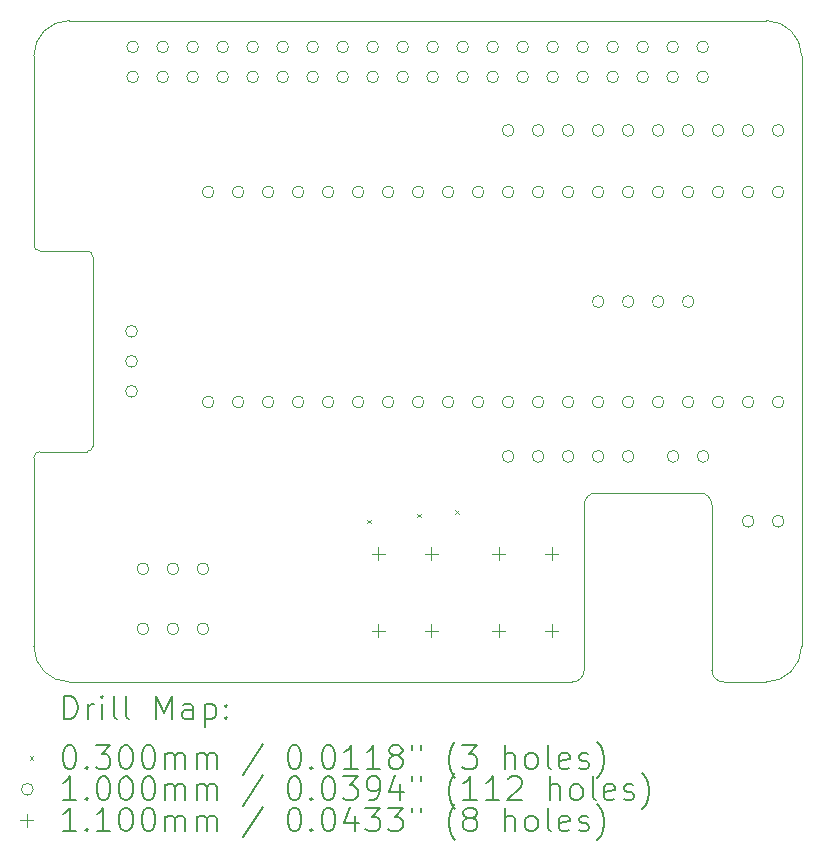
<source format=gbr>
%TF.GenerationSoftware,KiCad,Pcbnew,9.0.2-1.fc42*%
%TF.CreationDate,2025-05-23T23:50:50-05:00*%
%TF.ProjectId,pico_driver,7069636f-5f64-4726-9976-65722e6b6963,rev?*%
%TF.SameCoordinates,Original*%
%TF.FileFunction,Drillmap*%
%TF.FilePolarity,Positive*%
%FSLAX45Y45*%
G04 Gerber Fmt 4.5, Leading zero omitted, Abs format (unit mm)*
G04 Created by KiCad (PCBNEW 9.0.2-1.fc42) date 2025-05-23 23:50:50*
%MOMM*%
%LPD*%
G01*
G04 APERTURE LIST*
%ADD10C,0.100000*%
%ADD11C,0.200000*%
%ADD12C,0.110000*%
G04 APERTURE END LIST*
D10*
X16200000Y-10000000D02*
X15840000Y-10000000D01*
X15640000Y-8400000D02*
G75*
G02*
X15740000Y-8500000I0J-100000D01*
G01*
X10050000Y-6350000D02*
G75*
G02*
X10000000Y-6300000I0J50000D01*
G01*
X16200000Y-4400000D02*
G75*
G02*
X16500000Y-4700000I0J-300000D01*
G01*
X16500000Y-9700000D02*
X16500000Y-4700000D01*
X10000000Y-4700000D02*
X10000000Y-6300000D01*
X14660000Y-8500000D02*
X14660000Y-9900000D01*
X10300000Y-10000000D02*
G75*
G02*
X10000000Y-9700000I0J300000D01*
G01*
X14660000Y-9900000D02*
G75*
G02*
X14560000Y-10000000I-100000J0D01*
G01*
X14660000Y-8500000D02*
G75*
G02*
X14760000Y-8400000I100000J0D01*
G01*
X14560000Y-10000000D02*
X10300000Y-10000000D01*
X10450000Y-8050000D02*
X10050000Y-8050000D01*
X15840000Y-10000000D02*
G75*
G02*
X15740000Y-9900000I0J100000D01*
G01*
X10000000Y-8100000D02*
G75*
G02*
X10049913Y-8050000I50000J0D01*
G01*
X16500000Y-9700000D02*
G75*
G02*
X16200000Y-10000000I-300000J0D01*
G01*
X10500000Y-6400000D02*
X10500000Y-8000000D01*
X10000000Y-4700000D02*
G75*
G02*
X10300000Y-4400000I300000J0D01*
G01*
X15640000Y-8400000D02*
X14760000Y-8400000D01*
X15740000Y-9900000D02*
X15740000Y-8500000D01*
X10000000Y-8100000D02*
X10000000Y-9700000D01*
X10050000Y-6350000D02*
X10450000Y-6350000D01*
X10500000Y-8000000D02*
G75*
G02*
X10450000Y-8050000I-50000J0D01*
G01*
X10450000Y-6350000D02*
G75*
G02*
X10500000Y-6400000I0J-50000D01*
G01*
X16200000Y-4400000D02*
X10300000Y-4400000D01*
D11*
D10*
X12825000Y-8625000D02*
X12855000Y-8655000D01*
X12855000Y-8625000D02*
X12825000Y-8655000D01*
X13245000Y-8575000D02*
X13275000Y-8605000D01*
X13275000Y-8575000D02*
X13245000Y-8605000D01*
X13570000Y-8547500D02*
X13600000Y-8577500D01*
X13600000Y-8547500D02*
X13570000Y-8577500D01*
X10877500Y-7032000D02*
G75*
G02*
X10777500Y-7032000I-50000J0D01*
G01*
X10777500Y-7032000D02*
G75*
G02*
X10877500Y-7032000I50000J0D01*
G01*
X10877500Y-7286000D02*
G75*
G02*
X10777500Y-7286000I-50000J0D01*
G01*
X10777500Y-7286000D02*
G75*
G02*
X10877500Y-7286000I50000J0D01*
G01*
X10877500Y-7540000D02*
G75*
G02*
X10777500Y-7540000I-50000J0D01*
G01*
X10777500Y-7540000D02*
G75*
G02*
X10877500Y-7540000I50000J0D01*
G01*
X10887000Y-4623000D02*
G75*
G02*
X10787000Y-4623000I-50000J0D01*
G01*
X10787000Y-4623000D02*
G75*
G02*
X10887000Y-4623000I50000J0D01*
G01*
X10887000Y-4877000D02*
G75*
G02*
X10787000Y-4877000I-50000J0D01*
G01*
X10787000Y-4877000D02*
G75*
G02*
X10887000Y-4877000I50000J0D01*
G01*
X10974000Y-9042000D02*
G75*
G02*
X10874000Y-9042000I-50000J0D01*
G01*
X10874000Y-9042000D02*
G75*
G02*
X10974000Y-9042000I50000J0D01*
G01*
X10974000Y-9550000D02*
G75*
G02*
X10874000Y-9550000I-50000J0D01*
G01*
X10874000Y-9550000D02*
G75*
G02*
X10974000Y-9550000I50000J0D01*
G01*
X11141000Y-4623000D02*
G75*
G02*
X11041000Y-4623000I-50000J0D01*
G01*
X11041000Y-4623000D02*
G75*
G02*
X11141000Y-4623000I50000J0D01*
G01*
X11141000Y-4877000D02*
G75*
G02*
X11041000Y-4877000I-50000J0D01*
G01*
X11041000Y-4877000D02*
G75*
G02*
X11141000Y-4877000I50000J0D01*
G01*
X11228000Y-9042000D02*
G75*
G02*
X11128000Y-9042000I-50000J0D01*
G01*
X11128000Y-9042000D02*
G75*
G02*
X11228000Y-9042000I50000J0D01*
G01*
X11228000Y-9550000D02*
G75*
G02*
X11128000Y-9550000I-50000J0D01*
G01*
X11128000Y-9550000D02*
G75*
G02*
X11228000Y-9550000I50000J0D01*
G01*
X11395000Y-4623000D02*
G75*
G02*
X11295000Y-4623000I-50000J0D01*
G01*
X11295000Y-4623000D02*
G75*
G02*
X11395000Y-4623000I50000J0D01*
G01*
X11395000Y-4877000D02*
G75*
G02*
X11295000Y-4877000I-50000J0D01*
G01*
X11295000Y-4877000D02*
G75*
G02*
X11395000Y-4877000I50000J0D01*
G01*
X11482000Y-9042000D02*
G75*
G02*
X11382000Y-9042000I-50000J0D01*
G01*
X11382000Y-9042000D02*
G75*
G02*
X11482000Y-9042000I50000J0D01*
G01*
X11482000Y-9550000D02*
G75*
G02*
X11382000Y-9550000I-50000J0D01*
G01*
X11382000Y-9550000D02*
G75*
G02*
X11482000Y-9550000I50000J0D01*
G01*
X11526000Y-5852000D02*
G75*
G02*
X11426000Y-5852000I-50000J0D01*
G01*
X11426000Y-5852000D02*
G75*
G02*
X11526000Y-5852000I50000J0D01*
G01*
X11526000Y-7630000D02*
G75*
G02*
X11426000Y-7630000I-50000J0D01*
G01*
X11426000Y-7630000D02*
G75*
G02*
X11526000Y-7630000I50000J0D01*
G01*
X11649000Y-4623000D02*
G75*
G02*
X11549000Y-4623000I-50000J0D01*
G01*
X11549000Y-4623000D02*
G75*
G02*
X11649000Y-4623000I50000J0D01*
G01*
X11649000Y-4877000D02*
G75*
G02*
X11549000Y-4877000I-50000J0D01*
G01*
X11549000Y-4877000D02*
G75*
G02*
X11649000Y-4877000I50000J0D01*
G01*
X11780000Y-5852000D02*
G75*
G02*
X11680000Y-5852000I-50000J0D01*
G01*
X11680000Y-5852000D02*
G75*
G02*
X11780000Y-5852000I50000J0D01*
G01*
X11780000Y-7630000D02*
G75*
G02*
X11680000Y-7630000I-50000J0D01*
G01*
X11680000Y-7630000D02*
G75*
G02*
X11780000Y-7630000I50000J0D01*
G01*
X11903000Y-4623000D02*
G75*
G02*
X11803000Y-4623000I-50000J0D01*
G01*
X11803000Y-4623000D02*
G75*
G02*
X11903000Y-4623000I50000J0D01*
G01*
X11903000Y-4877000D02*
G75*
G02*
X11803000Y-4877000I-50000J0D01*
G01*
X11803000Y-4877000D02*
G75*
G02*
X11903000Y-4877000I50000J0D01*
G01*
X12034000Y-5852000D02*
G75*
G02*
X11934000Y-5852000I-50000J0D01*
G01*
X11934000Y-5852000D02*
G75*
G02*
X12034000Y-5852000I50000J0D01*
G01*
X12034000Y-7630000D02*
G75*
G02*
X11934000Y-7630000I-50000J0D01*
G01*
X11934000Y-7630000D02*
G75*
G02*
X12034000Y-7630000I50000J0D01*
G01*
X12157000Y-4623000D02*
G75*
G02*
X12057000Y-4623000I-50000J0D01*
G01*
X12057000Y-4623000D02*
G75*
G02*
X12157000Y-4623000I50000J0D01*
G01*
X12157000Y-4877000D02*
G75*
G02*
X12057000Y-4877000I-50000J0D01*
G01*
X12057000Y-4877000D02*
G75*
G02*
X12157000Y-4877000I50000J0D01*
G01*
X12288000Y-5852000D02*
G75*
G02*
X12188000Y-5852000I-50000J0D01*
G01*
X12188000Y-5852000D02*
G75*
G02*
X12288000Y-5852000I50000J0D01*
G01*
X12288000Y-7630000D02*
G75*
G02*
X12188000Y-7630000I-50000J0D01*
G01*
X12188000Y-7630000D02*
G75*
G02*
X12288000Y-7630000I50000J0D01*
G01*
X12411000Y-4623000D02*
G75*
G02*
X12311000Y-4623000I-50000J0D01*
G01*
X12311000Y-4623000D02*
G75*
G02*
X12411000Y-4623000I50000J0D01*
G01*
X12411000Y-4877000D02*
G75*
G02*
X12311000Y-4877000I-50000J0D01*
G01*
X12311000Y-4877000D02*
G75*
G02*
X12411000Y-4877000I50000J0D01*
G01*
X12542000Y-5852000D02*
G75*
G02*
X12442000Y-5852000I-50000J0D01*
G01*
X12442000Y-5852000D02*
G75*
G02*
X12542000Y-5852000I50000J0D01*
G01*
X12542000Y-7630000D02*
G75*
G02*
X12442000Y-7630000I-50000J0D01*
G01*
X12442000Y-7630000D02*
G75*
G02*
X12542000Y-7630000I50000J0D01*
G01*
X12665000Y-4623000D02*
G75*
G02*
X12565000Y-4623000I-50000J0D01*
G01*
X12565000Y-4623000D02*
G75*
G02*
X12665000Y-4623000I50000J0D01*
G01*
X12665000Y-4877000D02*
G75*
G02*
X12565000Y-4877000I-50000J0D01*
G01*
X12565000Y-4877000D02*
G75*
G02*
X12665000Y-4877000I50000J0D01*
G01*
X12796000Y-5852000D02*
G75*
G02*
X12696000Y-5852000I-50000J0D01*
G01*
X12696000Y-5852000D02*
G75*
G02*
X12796000Y-5852000I50000J0D01*
G01*
X12796000Y-7630000D02*
G75*
G02*
X12696000Y-7630000I-50000J0D01*
G01*
X12696000Y-7630000D02*
G75*
G02*
X12796000Y-7630000I50000J0D01*
G01*
X12919000Y-4623000D02*
G75*
G02*
X12819000Y-4623000I-50000J0D01*
G01*
X12819000Y-4623000D02*
G75*
G02*
X12919000Y-4623000I50000J0D01*
G01*
X12919000Y-4877000D02*
G75*
G02*
X12819000Y-4877000I-50000J0D01*
G01*
X12819000Y-4877000D02*
G75*
G02*
X12919000Y-4877000I50000J0D01*
G01*
X13050000Y-5852000D02*
G75*
G02*
X12950000Y-5852000I-50000J0D01*
G01*
X12950000Y-5852000D02*
G75*
G02*
X13050000Y-5852000I50000J0D01*
G01*
X13050000Y-7630000D02*
G75*
G02*
X12950000Y-7630000I-50000J0D01*
G01*
X12950000Y-7630000D02*
G75*
G02*
X13050000Y-7630000I50000J0D01*
G01*
X13173000Y-4623000D02*
G75*
G02*
X13073000Y-4623000I-50000J0D01*
G01*
X13073000Y-4623000D02*
G75*
G02*
X13173000Y-4623000I50000J0D01*
G01*
X13173000Y-4877000D02*
G75*
G02*
X13073000Y-4877000I-50000J0D01*
G01*
X13073000Y-4877000D02*
G75*
G02*
X13173000Y-4877000I50000J0D01*
G01*
X13304000Y-5852000D02*
G75*
G02*
X13204000Y-5852000I-50000J0D01*
G01*
X13204000Y-5852000D02*
G75*
G02*
X13304000Y-5852000I50000J0D01*
G01*
X13304000Y-7630000D02*
G75*
G02*
X13204000Y-7630000I-50000J0D01*
G01*
X13204000Y-7630000D02*
G75*
G02*
X13304000Y-7630000I50000J0D01*
G01*
X13427000Y-4623000D02*
G75*
G02*
X13327000Y-4623000I-50000J0D01*
G01*
X13327000Y-4623000D02*
G75*
G02*
X13427000Y-4623000I50000J0D01*
G01*
X13427000Y-4877000D02*
G75*
G02*
X13327000Y-4877000I-50000J0D01*
G01*
X13327000Y-4877000D02*
G75*
G02*
X13427000Y-4877000I50000J0D01*
G01*
X13558000Y-5852000D02*
G75*
G02*
X13458000Y-5852000I-50000J0D01*
G01*
X13458000Y-5852000D02*
G75*
G02*
X13558000Y-5852000I50000J0D01*
G01*
X13558000Y-7630000D02*
G75*
G02*
X13458000Y-7630000I-50000J0D01*
G01*
X13458000Y-7630000D02*
G75*
G02*
X13558000Y-7630000I50000J0D01*
G01*
X13681000Y-4623000D02*
G75*
G02*
X13581000Y-4623000I-50000J0D01*
G01*
X13581000Y-4623000D02*
G75*
G02*
X13681000Y-4623000I50000J0D01*
G01*
X13681000Y-4877000D02*
G75*
G02*
X13581000Y-4877000I-50000J0D01*
G01*
X13581000Y-4877000D02*
G75*
G02*
X13681000Y-4877000I50000J0D01*
G01*
X13812000Y-5852000D02*
G75*
G02*
X13712000Y-5852000I-50000J0D01*
G01*
X13712000Y-5852000D02*
G75*
G02*
X13812000Y-5852000I50000J0D01*
G01*
X13812000Y-7630000D02*
G75*
G02*
X13712000Y-7630000I-50000J0D01*
G01*
X13712000Y-7630000D02*
G75*
G02*
X13812000Y-7630000I50000J0D01*
G01*
X13935000Y-4623000D02*
G75*
G02*
X13835000Y-4623000I-50000J0D01*
G01*
X13835000Y-4623000D02*
G75*
G02*
X13935000Y-4623000I50000J0D01*
G01*
X13935000Y-4877000D02*
G75*
G02*
X13835000Y-4877000I-50000J0D01*
G01*
X13835000Y-4877000D02*
G75*
G02*
X13935000Y-4877000I50000J0D01*
G01*
X14066000Y-5330000D02*
G75*
G02*
X13966000Y-5330000I-50000J0D01*
G01*
X13966000Y-5330000D02*
G75*
G02*
X14066000Y-5330000I50000J0D01*
G01*
X14066000Y-5852000D02*
G75*
G02*
X13966000Y-5852000I-50000J0D01*
G01*
X13966000Y-5852000D02*
G75*
G02*
X14066000Y-5852000I50000J0D01*
G01*
X14066000Y-7630000D02*
G75*
G02*
X13966000Y-7630000I-50000J0D01*
G01*
X13966000Y-7630000D02*
G75*
G02*
X14066000Y-7630000I50000J0D01*
G01*
X14066000Y-8090000D02*
G75*
G02*
X13966000Y-8090000I-50000J0D01*
G01*
X13966000Y-8090000D02*
G75*
G02*
X14066000Y-8090000I50000J0D01*
G01*
X14189000Y-4623000D02*
G75*
G02*
X14089000Y-4623000I-50000J0D01*
G01*
X14089000Y-4623000D02*
G75*
G02*
X14189000Y-4623000I50000J0D01*
G01*
X14189000Y-4877000D02*
G75*
G02*
X14089000Y-4877000I-50000J0D01*
G01*
X14089000Y-4877000D02*
G75*
G02*
X14189000Y-4877000I50000J0D01*
G01*
X14320000Y-5330000D02*
G75*
G02*
X14220000Y-5330000I-50000J0D01*
G01*
X14220000Y-5330000D02*
G75*
G02*
X14320000Y-5330000I50000J0D01*
G01*
X14320000Y-5852000D02*
G75*
G02*
X14220000Y-5852000I-50000J0D01*
G01*
X14220000Y-5852000D02*
G75*
G02*
X14320000Y-5852000I50000J0D01*
G01*
X14320000Y-7630000D02*
G75*
G02*
X14220000Y-7630000I-50000J0D01*
G01*
X14220000Y-7630000D02*
G75*
G02*
X14320000Y-7630000I50000J0D01*
G01*
X14320000Y-8090000D02*
G75*
G02*
X14220000Y-8090000I-50000J0D01*
G01*
X14220000Y-8090000D02*
G75*
G02*
X14320000Y-8090000I50000J0D01*
G01*
X14443000Y-4623000D02*
G75*
G02*
X14343000Y-4623000I-50000J0D01*
G01*
X14343000Y-4623000D02*
G75*
G02*
X14443000Y-4623000I50000J0D01*
G01*
X14443000Y-4877000D02*
G75*
G02*
X14343000Y-4877000I-50000J0D01*
G01*
X14343000Y-4877000D02*
G75*
G02*
X14443000Y-4877000I50000J0D01*
G01*
X14574000Y-5330000D02*
G75*
G02*
X14474000Y-5330000I-50000J0D01*
G01*
X14474000Y-5330000D02*
G75*
G02*
X14574000Y-5330000I50000J0D01*
G01*
X14574000Y-5852000D02*
G75*
G02*
X14474000Y-5852000I-50000J0D01*
G01*
X14474000Y-5852000D02*
G75*
G02*
X14574000Y-5852000I50000J0D01*
G01*
X14574000Y-7630000D02*
G75*
G02*
X14474000Y-7630000I-50000J0D01*
G01*
X14474000Y-7630000D02*
G75*
G02*
X14574000Y-7630000I50000J0D01*
G01*
X14574000Y-8090000D02*
G75*
G02*
X14474000Y-8090000I-50000J0D01*
G01*
X14474000Y-8090000D02*
G75*
G02*
X14574000Y-8090000I50000J0D01*
G01*
X14697000Y-4623000D02*
G75*
G02*
X14597000Y-4623000I-50000J0D01*
G01*
X14597000Y-4623000D02*
G75*
G02*
X14697000Y-4623000I50000J0D01*
G01*
X14697000Y-4877000D02*
G75*
G02*
X14597000Y-4877000I-50000J0D01*
G01*
X14597000Y-4877000D02*
G75*
G02*
X14697000Y-4877000I50000J0D01*
G01*
X14828000Y-5330000D02*
G75*
G02*
X14728000Y-5330000I-50000J0D01*
G01*
X14728000Y-5330000D02*
G75*
G02*
X14828000Y-5330000I50000J0D01*
G01*
X14828000Y-5852000D02*
G75*
G02*
X14728000Y-5852000I-50000J0D01*
G01*
X14728000Y-5852000D02*
G75*
G02*
X14828000Y-5852000I50000J0D01*
G01*
X14828000Y-6780000D02*
G75*
G02*
X14728000Y-6780000I-50000J0D01*
G01*
X14728000Y-6780000D02*
G75*
G02*
X14828000Y-6780000I50000J0D01*
G01*
X14828000Y-7630000D02*
G75*
G02*
X14728000Y-7630000I-50000J0D01*
G01*
X14728000Y-7630000D02*
G75*
G02*
X14828000Y-7630000I50000J0D01*
G01*
X14828000Y-8090000D02*
G75*
G02*
X14728000Y-8090000I-50000J0D01*
G01*
X14728000Y-8090000D02*
G75*
G02*
X14828000Y-8090000I50000J0D01*
G01*
X14951000Y-4623000D02*
G75*
G02*
X14851000Y-4623000I-50000J0D01*
G01*
X14851000Y-4623000D02*
G75*
G02*
X14951000Y-4623000I50000J0D01*
G01*
X14951000Y-4877000D02*
G75*
G02*
X14851000Y-4877000I-50000J0D01*
G01*
X14851000Y-4877000D02*
G75*
G02*
X14951000Y-4877000I50000J0D01*
G01*
X15082000Y-5330000D02*
G75*
G02*
X14982000Y-5330000I-50000J0D01*
G01*
X14982000Y-5330000D02*
G75*
G02*
X15082000Y-5330000I50000J0D01*
G01*
X15082000Y-5852000D02*
G75*
G02*
X14982000Y-5852000I-50000J0D01*
G01*
X14982000Y-5852000D02*
G75*
G02*
X15082000Y-5852000I50000J0D01*
G01*
X15082000Y-6780000D02*
G75*
G02*
X14982000Y-6780000I-50000J0D01*
G01*
X14982000Y-6780000D02*
G75*
G02*
X15082000Y-6780000I50000J0D01*
G01*
X15082000Y-7630000D02*
G75*
G02*
X14982000Y-7630000I-50000J0D01*
G01*
X14982000Y-7630000D02*
G75*
G02*
X15082000Y-7630000I50000J0D01*
G01*
X15082000Y-8090000D02*
G75*
G02*
X14982000Y-8090000I-50000J0D01*
G01*
X14982000Y-8090000D02*
G75*
G02*
X15082000Y-8090000I50000J0D01*
G01*
X15205000Y-4623000D02*
G75*
G02*
X15105000Y-4623000I-50000J0D01*
G01*
X15105000Y-4623000D02*
G75*
G02*
X15205000Y-4623000I50000J0D01*
G01*
X15205000Y-4877000D02*
G75*
G02*
X15105000Y-4877000I-50000J0D01*
G01*
X15105000Y-4877000D02*
G75*
G02*
X15205000Y-4877000I50000J0D01*
G01*
X15336000Y-5330000D02*
G75*
G02*
X15236000Y-5330000I-50000J0D01*
G01*
X15236000Y-5330000D02*
G75*
G02*
X15336000Y-5330000I50000J0D01*
G01*
X15336000Y-5852000D02*
G75*
G02*
X15236000Y-5852000I-50000J0D01*
G01*
X15236000Y-5852000D02*
G75*
G02*
X15336000Y-5852000I50000J0D01*
G01*
X15336000Y-6780000D02*
G75*
G02*
X15236000Y-6780000I-50000J0D01*
G01*
X15236000Y-6780000D02*
G75*
G02*
X15336000Y-6780000I50000J0D01*
G01*
X15336000Y-7630000D02*
G75*
G02*
X15236000Y-7630000I-50000J0D01*
G01*
X15236000Y-7630000D02*
G75*
G02*
X15336000Y-7630000I50000J0D01*
G01*
X15459000Y-4623000D02*
G75*
G02*
X15359000Y-4623000I-50000J0D01*
G01*
X15359000Y-4623000D02*
G75*
G02*
X15459000Y-4623000I50000J0D01*
G01*
X15459000Y-4877000D02*
G75*
G02*
X15359000Y-4877000I-50000J0D01*
G01*
X15359000Y-4877000D02*
G75*
G02*
X15459000Y-4877000I50000J0D01*
G01*
X15462500Y-8090000D02*
G75*
G02*
X15362500Y-8090000I-50000J0D01*
G01*
X15362500Y-8090000D02*
G75*
G02*
X15462500Y-8090000I50000J0D01*
G01*
X15590000Y-5330000D02*
G75*
G02*
X15490000Y-5330000I-50000J0D01*
G01*
X15490000Y-5330000D02*
G75*
G02*
X15590000Y-5330000I50000J0D01*
G01*
X15590000Y-5852000D02*
G75*
G02*
X15490000Y-5852000I-50000J0D01*
G01*
X15490000Y-5852000D02*
G75*
G02*
X15590000Y-5852000I50000J0D01*
G01*
X15590000Y-6780000D02*
G75*
G02*
X15490000Y-6780000I-50000J0D01*
G01*
X15490000Y-6780000D02*
G75*
G02*
X15590000Y-6780000I50000J0D01*
G01*
X15590000Y-7630000D02*
G75*
G02*
X15490000Y-7630000I-50000J0D01*
G01*
X15490000Y-7630000D02*
G75*
G02*
X15590000Y-7630000I50000J0D01*
G01*
X15713000Y-4623000D02*
G75*
G02*
X15613000Y-4623000I-50000J0D01*
G01*
X15613000Y-4623000D02*
G75*
G02*
X15713000Y-4623000I50000J0D01*
G01*
X15713000Y-4877000D02*
G75*
G02*
X15613000Y-4877000I-50000J0D01*
G01*
X15613000Y-4877000D02*
G75*
G02*
X15713000Y-4877000I50000J0D01*
G01*
X15716500Y-8090000D02*
G75*
G02*
X15616500Y-8090000I-50000J0D01*
G01*
X15616500Y-8090000D02*
G75*
G02*
X15716500Y-8090000I50000J0D01*
G01*
X15844000Y-5330000D02*
G75*
G02*
X15744000Y-5330000I-50000J0D01*
G01*
X15744000Y-5330000D02*
G75*
G02*
X15844000Y-5330000I50000J0D01*
G01*
X15844000Y-5852000D02*
G75*
G02*
X15744000Y-5852000I-50000J0D01*
G01*
X15744000Y-5852000D02*
G75*
G02*
X15844000Y-5852000I50000J0D01*
G01*
X15844000Y-7630000D02*
G75*
G02*
X15744000Y-7630000I-50000J0D01*
G01*
X15744000Y-7630000D02*
G75*
G02*
X15844000Y-7630000I50000J0D01*
G01*
X16098000Y-5330000D02*
G75*
G02*
X15998000Y-5330000I-50000J0D01*
G01*
X15998000Y-5330000D02*
G75*
G02*
X16098000Y-5330000I50000J0D01*
G01*
X16098000Y-5852000D02*
G75*
G02*
X15998000Y-5852000I-50000J0D01*
G01*
X15998000Y-5852000D02*
G75*
G02*
X16098000Y-5852000I50000J0D01*
G01*
X16098000Y-7630000D02*
G75*
G02*
X15998000Y-7630000I-50000J0D01*
G01*
X15998000Y-7630000D02*
G75*
G02*
X16098000Y-7630000I50000J0D01*
G01*
X16098000Y-8640000D02*
G75*
G02*
X15998000Y-8640000I-50000J0D01*
G01*
X15998000Y-8640000D02*
G75*
G02*
X16098000Y-8640000I50000J0D01*
G01*
X16352000Y-5330000D02*
G75*
G02*
X16252000Y-5330000I-50000J0D01*
G01*
X16252000Y-5330000D02*
G75*
G02*
X16352000Y-5330000I50000J0D01*
G01*
X16352000Y-5852000D02*
G75*
G02*
X16252000Y-5852000I-50000J0D01*
G01*
X16252000Y-5852000D02*
G75*
G02*
X16352000Y-5852000I50000J0D01*
G01*
X16352000Y-7630000D02*
G75*
G02*
X16252000Y-7630000I-50000J0D01*
G01*
X16252000Y-7630000D02*
G75*
G02*
X16352000Y-7630000I50000J0D01*
G01*
X16352000Y-8640000D02*
G75*
G02*
X16252000Y-8640000I-50000J0D01*
G01*
X16252000Y-8640000D02*
G75*
G02*
X16352000Y-8640000I50000J0D01*
G01*
D12*
X12915000Y-8860000D02*
X12915000Y-8970000D01*
X12860000Y-8915000D02*
X12970000Y-8915000D01*
X12915000Y-9510000D02*
X12915000Y-9620000D01*
X12860000Y-9565000D02*
X12970000Y-9565000D01*
X13365000Y-8860000D02*
X13365000Y-8970000D01*
X13310000Y-8915000D02*
X13420000Y-8915000D01*
X13365000Y-9510000D02*
X13365000Y-9620000D01*
X13310000Y-9565000D02*
X13420000Y-9565000D01*
X13935000Y-8860000D02*
X13935000Y-8970000D01*
X13880000Y-8915000D02*
X13990000Y-8915000D01*
X13935000Y-9510000D02*
X13935000Y-9620000D01*
X13880000Y-9565000D02*
X13990000Y-9565000D01*
X14385000Y-8860000D02*
X14385000Y-8970000D01*
X14330000Y-8915000D02*
X14440000Y-8915000D01*
X14385000Y-9510000D02*
X14385000Y-9620000D01*
X14330000Y-9565000D02*
X14440000Y-9565000D01*
D11*
X10255777Y-10316484D02*
X10255777Y-10116484D01*
X10255777Y-10116484D02*
X10303396Y-10116484D01*
X10303396Y-10116484D02*
X10331967Y-10126008D01*
X10331967Y-10126008D02*
X10351015Y-10145055D01*
X10351015Y-10145055D02*
X10360539Y-10164103D01*
X10360539Y-10164103D02*
X10370063Y-10202198D01*
X10370063Y-10202198D02*
X10370063Y-10230770D01*
X10370063Y-10230770D02*
X10360539Y-10268865D01*
X10360539Y-10268865D02*
X10351015Y-10287912D01*
X10351015Y-10287912D02*
X10331967Y-10306960D01*
X10331967Y-10306960D02*
X10303396Y-10316484D01*
X10303396Y-10316484D02*
X10255777Y-10316484D01*
X10455777Y-10316484D02*
X10455777Y-10183150D01*
X10455777Y-10221246D02*
X10465301Y-10202198D01*
X10465301Y-10202198D02*
X10474824Y-10192674D01*
X10474824Y-10192674D02*
X10493872Y-10183150D01*
X10493872Y-10183150D02*
X10512920Y-10183150D01*
X10579586Y-10316484D02*
X10579586Y-10183150D01*
X10579586Y-10116484D02*
X10570063Y-10126008D01*
X10570063Y-10126008D02*
X10579586Y-10135531D01*
X10579586Y-10135531D02*
X10589110Y-10126008D01*
X10589110Y-10126008D02*
X10579586Y-10116484D01*
X10579586Y-10116484D02*
X10579586Y-10135531D01*
X10703396Y-10316484D02*
X10684348Y-10306960D01*
X10684348Y-10306960D02*
X10674824Y-10287912D01*
X10674824Y-10287912D02*
X10674824Y-10116484D01*
X10808158Y-10316484D02*
X10789110Y-10306960D01*
X10789110Y-10306960D02*
X10779586Y-10287912D01*
X10779586Y-10287912D02*
X10779586Y-10116484D01*
X11036729Y-10316484D02*
X11036729Y-10116484D01*
X11036729Y-10116484D02*
X11103396Y-10259341D01*
X11103396Y-10259341D02*
X11170063Y-10116484D01*
X11170063Y-10116484D02*
X11170063Y-10316484D01*
X11351015Y-10316484D02*
X11351015Y-10211722D01*
X11351015Y-10211722D02*
X11341491Y-10192674D01*
X11341491Y-10192674D02*
X11322443Y-10183150D01*
X11322443Y-10183150D02*
X11284348Y-10183150D01*
X11284348Y-10183150D02*
X11265301Y-10192674D01*
X11351015Y-10306960D02*
X11331967Y-10316484D01*
X11331967Y-10316484D02*
X11284348Y-10316484D01*
X11284348Y-10316484D02*
X11265301Y-10306960D01*
X11265301Y-10306960D02*
X11255777Y-10287912D01*
X11255777Y-10287912D02*
X11255777Y-10268865D01*
X11255777Y-10268865D02*
X11265301Y-10249817D01*
X11265301Y-10249817D02*
X11284348Y-10240293D01*
X11284348Y-10240293D02*
X11331967Y-10240293D01*
X11331967Y-10240293D02*
X11351015Y-10230770D01*
X11446253Y-10183150D02*
X11446253Y-10383150D01*
X11446253Y-10192674D02*
X11465301Y-10183150D01*
X11465301Y-10183150D02*
X11503396Y-10183150D01*
X11503396Y-10183150D02*
X11522443Y-10192674D01*
X11522443Y-10192674D02*
X11531967Y-10202198D01*
X11531967Y-10202198D02*
X11541491Y-10221246D01*
X11541491Y-10221246D02*
X11541491Y-10278389D01*
X11541491Y-10278389D02*
X11531967Y-10297436D01*
X11531967Y-10297436D02*
X11522443Y-10306960D01*
X11522443Y-10306960D02*
X11503396Y-10316484D01*
X11503396Y-10316484D02*
X11465301Y-10316484D01*
X11465301Y-10316484D02*
X11446253Y-10306960D01*
X11627205Y-10297436D02*
X11636729Y-10306960D01*
X11636729Y-10306960D02*
X11627205Y-10316484D01*
X11627205Y-10316484D02*
X11617682Y-10306960D01*
X11617682Y-10306960D02*
X11627205Y-10297436D01*
X11627205Y-10297436D02*
X11627205Y-10316484D01*
X11627205Y-10192674D02*
X11636729Y-10202198D01*
X11636729Y-10202198D02*
X11627205Y-10211722D01*
X11627205Y-10211722D02*
X11617682Y-10202198D01*
X11617682Y-10202198D02*
X11627205Y-10192674D01*
X11627205Y-10192674D02*
X11627205Y-10211722D01*
D10*
X9965000Y-10630000D02*
X9995000Y-10660000D01*
X9995000Y-10630000D02*
X9965000Y-10660000D01*
D11*
X10293872Y-10536484D02*
X10312920Y-10536484D01*
X10312920Y-10536484D02*
X10331967Y-10546008D01*
X10331967Y-10546008D02*
X10341491Y-10555531D01*
X10341491Y-10555531D02*
X10351015Y-10574579D01*
X10351015Y-10574579D02*
X10360539Y-10612674D01*
X10360539Y-10612674D02*
X10360539Y-10660293D01*
X10360539Y-10660293D02*
X10351015Y-10698389D01*
X10351015Y-10698389D02*
X10341491Y-10717436D01*
X10341491Y-10717436D02*
X10331967Y-10726960D01*
X10331967Y-10726960D02*
X10312920Y-10736484D01*
X10312920Y-10736484D02*
X10293872Y-10736484D01*
X10293872Y-10736484D02*
X10274824Y-10726960D01*
X10274824Y-10726960D02*
X10265301Y-10717436D01*
X10265301Y-10717436D02*
X10255777Y-10698389D01*
X10255777Y-10698389D02*
X10246253Y-10660293D01*
X10246253Y-10660293D02*
X10246253Y-10612674D01*
X10246253Y-10612674D02*
X10255777Y-10574579D01*
X10255777Y-10574579D02*
X10265301Y-10555531D01*
X10265301Y-10555531D02*
X10274824Y-10546008D01*
X10274824Y-10546008D02*
X10293872Y-10536484D01*
X10446253Y-10717436D02*
X10455777Y-10726960D01*
X10455777Y-10726960D02*
X10446253Y-10736484D01*
X10446253Y-10736484D02*
X10436729Y-10726960D01*
X10436729Y-10726960D02*
X10446253Y-10717436D01*
X10446253Y-10717436D02*
X10446253Y-10736484D01*
X10522444Y-10536484D02*
X10646253Y-10536484D01*
X10646253Y-10536484D02*
X10579586Y-10612674D01*
X10579586Y-10612674D02*
X10608158Y-10612674D01*
X10608158Y-10612674D02*
X10627205Y-10622198D01*
X10627205Y-10622198D02*
X10636729Y-10631722D01*
X10636729Y-10631722D02*
X10646253Y-10650770D01*
X10646253Y-10650770D02*
X10646253Y-10698389D01*
X10646253Y-10698389D02*
X10636729Y-10717436D01*
X10636729Y-10717436D02*
X10627205Y-10726960D01*
X10627205Y-10726960D02*
X10608158Y-10736484D01*
X10608158Y-10736484D02*
X10551015Y-10736484D01*
X10551015Y-10736484D02*
X10531967Y-10726960D01*
X10531967Y-10726960D02*
X10522444Y-10717436D01*
X10770063Y-10536484D02*
X10789110Y-10536484D01*
X10789110Y-10536484D02*
X10808158Y-10546008D01*
X10808158Y-10546008D02*
X10817682Y-10555531D01*
X10817682Y-10555531D02*
X10827205Y-10574579D01*
X10827205Y-10574579D02*
X10836729Y-10612674D01*
X10836729Y-10612674D02*
X10836729Y-10660293D01*
X10836729Y-10660293D02*
X10827205Y-10698389D01*
X10827205Y-10698389D02*
X10817682Y-10717436D01*
X10817682Y-10717436D02*
X10808158Y-10726960D01*
X10808158Y-10726960D02*
X10789110Y-10736484D01*
X10789110Y-10736484D02*
X10770063Y-10736484D01*
X10770063Y-10736484D02*
X10751015Y-10726960D01*
X10751015Y-10726960D02*
X10741491Y-10717436D01*
X10741491Y-10717436D02*
X10731967Y-10698389D01*
X10731967Y-10698389D02*
X10722444Y-10660293D01*
X10722444Y-10660293D02*
X10722444Y-10612674D01*
X10722444Y-10612674D02*
X10731967Y-10574579D01*
X10731967Y-10574579D02*
X10741491Y-10555531D01*
X10741491Y-10555531D02*
X10751015Y-10546008D01*
X10751015Y-10546008D02*
X10770063Y-10536484D01*
X10960539Y-10536484D02*
X10979586Y-10536484D01*
X10979586Y-10536484D02*
X10998634Y-10546008D01*
X10998634Y-10546008D02*
X11008158Y-10555531D01*
X11008158Y-10555531D02*
X11017682Y-10574579D01*
X11017682Y-10574579D02*
X11027205Y-10612674D01*
X11027205Y-10612674D02*
X11027205Y-10660293D01*
X11027205Y-10660293D02*
X11017682Y-10698389D01*
X11017682Y-10698389D02*
X11008158Y-10717436D01*
X11008158Y-10717436D02*
X10998634Y-10726960D01*
X10998634Y-10726960D02*
X10979586Y-10736484D01*
X10979586Y-10736484D02*
X10960539Y-10736484D01*
X10960539Y-10736484D02*
X10941491Y-10726960D01*
X10941491Y-10726960D02*
X10931967Y-10717436D01*
X10931967Y-10717436D02*
X10922444Y-10698389D01*
X10922444Y-10698389D02*
X10912920Y-10660293D01*
X10912920Y-10660293D02*
X10912920Y-10612674D01*
X10912920Y-10612674D02*
X10922444Y-10574579D01*
X10922444Y-10574579D02*
X10931967Y-10555531D01*
X10931967Y-10555531D02*
X10941491Y-10546008D01*
X10941491Y-10546008D02*
X10960539Y-10536484D01*
X11112920Y-10736484D02*
X11112920Y-10603150D01*
X11112920Y-10622198D02*
X11122444Y-10612674D01*
X11122444Y-10612674D02*
X11141491Y-10603150D01*
X11141491Y-10603150D02*
X11170063Y-10603150D01*
X11170063Y-10603150D02*
X11189110Y-10612674D01*
X11189110Y-10612674D02*
X11198634Y-10631722D01*
X11198634Y-10631722D02*
X11198634Y-10736484D01*
X11198634Y-10631722D02*
X11208158Y-10612674D01*
X11208158Y-10612674D02*
X11227205Y-10603150D01*
X11227205Y-10603150D02*
X11255777Y-10603150D01*
X11255777Y-10603150D02*
X11274824Y-10612674D01*
X11274824Y-10612674D02*
X11284348Y-10631722D01*
X11284348Y-10631722D02*
X11284348Y-10736484D01*
X11379586Y-10736484D02*
X11379586Y-10603150D01*
X11379586Y-10622198D02*
X11389110Y-10612674D01*
X11389110Y-10612674D02*
X11408158Y-10603150D01*
X11408158Y-10603150D02*
X11436729Y-10603150D01*
X11436729Y-10603150D02*
X11455777Y-10612674D01*
X11455777Y-10612674D02*
X11465301Y-10631722D01*
X11465301Y-10631722D02*
X11465301Y-10736484D01*
X11465301Y-10631722D02*
X11474824Y-10612674D01*
X11474824Y-10612674D02*
X11493872Y-10603150D01*
X11493872Y-10603150D02*
X11522443Y-10603150D01*
X11522443Y-10603150D02*
X11541491Y-10612674D01*
X11541491Y-10612674D02*
X11551015Y-10631722D01*
X11551015Y-10631722D02*
X11551015Y-10736484D01*
X11941491Y-10526960D02*
X11770063Y-10784103D01*
X12198634Y-10536484D02*
X12217682Y-10536484D01*
X12217682Y-10536484D02*
X12236729Y-10546008D01*
X12236729Y-10546008D02*
X12246253Y-10555531D01*
X12246253Y-10555531D02*
X12255777Y-10574579D01*
X12255777Y-10574579D02*
X12265301Y-10612674D01*
X12265301Y-10612674D02*
X12265301Y-10660293D01*
X12265301Y-10660293D02*
X12255777Y-10698389D01*
X12255777Y-10698389D02*
X12246253Y-10717436D01*
X12246253Y-10717436D02*
X12236729Y-10726960D01*
X12236729Y-10726960D02*
X12217682Y-10736484D01*
X12217682Y-10736484D02*
X12198634Y-10736484D01*
X12198634Y-10736484D02*
X12179586Y-10726960D01*
X12179586Y-10726960D02*
X12170063Y-10717436D01*
X12170063Y-10717436D02*
X12160539Y-10698389D01*
X12160539Y-10698389D02*
X12151015Y-10660293D01*
X12151015Y-10660293D02*
X12151015Y-10612674D01*
X12151015Y-10612674D02*
X12160539Y-10574579D01*
X12160539Y-10574579D02*
X12170063Y-10555531D01*
X12170063Y-10555531D02*
X12179586Y-10546008D01*
X12179586Y-10546008D02*
X12198634Y-10536484D01*
X12351015Y-10717436D02*
X12360539Y-10726960D01*
X12360539Y-10726960D02*
X12351015Y-10736484D01*
X12351015Y-10736484D02*
X12341491Y-10726960D01*
X12341491Y-10726960D02*
X12351015Y-10717436D01*
X12351015Y-10717436D02*
X12351015Y-10736484D01*
X12484348Y-10536484D02*
X12503396Y-10536484D01*
X12503396Y-10536484D02*
X12522444Y-10546008D01*
X12522444Y-10546008D02*
X12531967Y-10555531D01*
X12531967Y-10555531D02*
X12541491Y-10574579D01*
X12541491Y-10574579D02*
X12551015Y-10612674D01*
X12551015Y-10612674D02*
X12551015Y-10660293D01*
X12551015Y-10660293D02*
X12541491Y-10698389D01*
X12541491Y-10698389D02*
X12531967Y-10717436D01*
X12531967Y-10717436D02*
X12522444Y-10726960D01*
X12522444Y-10726960D02*
X12503396Y-10736484D01*
X12503396Y-10736484D02*
X12484348Y-10736484D01*
X12484348Y-10736484D02*
X12465301Y-10726960D01*
X12465301Y-10726960D02*
X12455777Y-10717436D01*
X12455777Y-10717436D02*
X12446253Y-10698389D01*
X12446253Y-10698389D02*
X12436729Y-10660293D01*
X12436729Y-10660293D02*
X12436729Y-10612674D01*
X12436729Y-10612674D02*
X12446253Y-10574579D01*
X12446253Y-10574579D02*
X12455777Y-10555531D01*
X12455777Y-10555531D02*
X12465301Y-10546008D01*
X12465301Y-10546008D02*
X12484348Y-10536484D01*
X12741491Y-10736484D02*
X12627206Y-10736484D01*
X12684348Y-10736484D02*
X12684348Y-10536484D01*
X12684348Y-10536484D02*
X12665301Y-10565055D01*
X12665301Y-10565055D02*
X12646253Y-10584103D01*
X12646253Y-10584103D02*
X12627206Y-10593627D01*
X12931967Y-10736484D02*
X12817682Y-10736484D01*
X12874825Y-10736484D02*
X12874825Y-10536484D01*
X12874825Y-10536484D02*
X12855777Y-10565055D01*
X12855777Y-10565055D02*
X12836729Y-10584103D01*
X12836729Y-10584103D02*
X12817682Y-10593627D01*
X13046253Y-10622198D02*
X13027206Y-10612674D01*
X13027206Y-10612674D02*
X13017682Y-10603150D01*
X13017682Y-10603150D02*
X13008158Y-10584103D01*
X13008158Y-10584103D02*
X13008158Y-10574579D01*
X13008158Y-10574579D02*
X13017682Y-10555531D01*
X13017682Y-10555531D02*
X13027206Y-10546008D01*
X13027206Y-10546008D02*
X13046253Y-10536484D01*
X13046253Y-10536484D02*
X13084348Y-10536484D01*
X13084348Y-10536484D02*
X13103396Y-10546008D01*
X13103396Y-10546008D02*
X13112920Y-10555531D01*
X13112920Y-10555531D02*
X13122444Y-10574579D01*
X13122444Y-10574579D02*
X13122444Y-10584103D01*
X13122444Y-10584103D02*
X13112920Y-10603150D01*
X13112920Y-10603150D02*
X13103396Y-10612674D01*
X13103396Y-10612674D02*
X13084348Y-10622198D01*
X13084348Y-10622198D02*
X13046253Y-10622198D01*
X13046253Y-10622198D02*
X13027206Y-10631722D01*
X13027206Y-10631722D02*
X13017682Y-10641246D01*
X13017682Y-10641246D02*
X13008158Y-10660293D01*
X13008158Y-10660293D02*
X13008158Y-10698389D01*
X13008158Y-10698389D02*
X13017682Y-10717436D01*
X13017682Y-10717436D02*
X13027206Y-10726960D01*
X13027206Y-10726960D02*
X13046253Y-10736484D01*
X13046253Y-10736484D02*
X13084348Y-10736484D01*
X13084348Y-10736484D02*
X13103396Y-10726960D01*
X13103396Y-10726960D02*
X13112920Y-10717436D01*
X13112920Y-10717436D02*
X13122444Y-10698389D01*
X13122444Y-10698389D02*
X13122444Y-10660293D01*
X13122444Y-10660293D02*
X13112920Y-10641246D01*
X13112920Y-10641246D02*
X13103396Y-10631722D01*
X13103396Y-10631722D02*
X13084348Y-10622198D01*
X13198634Y-10536484D02*
X13198634Y-10574579D01*
X13274825Y-10536484D02*
X13274825Y-10574579D01*
X13570063Y-10812674D02*
X13560539Y-10803150D01*
X13560539Y-10803150D02*
X13541491Y-10774579D01*
X13541491Y-10774579D02*
X13531968Y-10755531D01*
X13531968Y-10755531D02*
X13522444Y-10726960D01*
X13522444Y-10726960D02*
X13512920Y-10679341D01*
X13512920Y-10679341D02*
X13512920Y-10641246D01*
X13512920Y-10641246D02*
X13522444Y-10593627D01*
X13522444Y-10593627D02*
X13531968Y-10565055D01*
X13531968Y-10565055D02*
X13541491Y-10546008D01*
X13541491Y-10546008D02*
X13560539Y-10517436D01*
X13560539Y-10517436D02*
X13570063Y-10507912D01*
X13627206Y-10536484D02*
X13751015Y-10536484D01*
X13751015Y-10536484D02*
X13684348Y-10612674D01*
X13684348Y-10612674D02*
X13712920Y-10612674D01*
X13712920Y-10612674D02*
X13731968Y-10622198D01*
X13731968Y-10622198D02*
X13741491Y-10631722D01*
X13741491Y-10631722D02*
X13751015Y-10650770D01*
X13751015Y-10650770D02*
X13751015Y-10698389D01*
X13751015Y-10698389D02*
X13741491Y-10717436D01*
X13741491Y-10717436D02*
X13731968Y-10726960D01*
X13731968Y-10726960D02*
X13712920Y-10736484D01*
X13712920Y-10736484D02*
X13655777Y-10736484D01*
X13655777Y-10736484D02*
X13636729Y-10726960D01*
X13636729Y-10726960D02*
X13627206Y-10717436D01*
X13989110Y-10736484D02*
X13989110Y-10536484D01*
X14074825Y-10736484D02*
X14074825Y-10631722D01*
X14074825Y-10631722D02*
X14065301Y-10612674D01*
X14065301Y-10612674D02*
X14046253Y-10603150D01*
X14046253Y-10603150D02*
X14017682Y-10603150D01*
X14017682Y-10603150D02*
X13998634Y-10612674D01*
X13998634Y-10612674D02*
X13989110Y-10622198D01*
X14198634Y-10736484D02*
X14179587Y-10726960D01*
X14179587Y-10726960D02*
X14170063Y-10717436D01*
X14170063Y-10717436D02*
X14160539Y-10698389D01*
X14160539Y-10698389D02*
X14160539Y-10641246D01*
X14160539Y-10641246D02*
X14170063Y-10622198D01*
X14170063Y-10622198D02*
X14179587Y-10612674D01*
X14179587Y-10612674D02*
X14198634Y-10603150D01*
X14198634Y-10603150D02*
X14227206Y-10603150D01*
X14227206Y-10603150D02*
X14246253Y-10612674D01*
X14246253Y-10612674D02*
X14255777Y-10622198D01*
X14255777Y-10622198D02*
X14265301Y-10641246D01*
X14265301Y-10641246D02*
X14265301Y-10698389D01*
X14265301Y-10698389D02*
X14255777Y-10717436D01*
X14255777Y-10717436D02*
X14246253Y-10726960D01*
X14246253Y-10726960D02*
X14227206Y-10736484D01*
X14227206Y-10736484D02*
X14198634Y-10736484D01*
X14379587Y-10736484D02*
X14360539Y-10726960D01*
X14360539Y-10726960D02*
X14351015Y-10707912D01*
X14351015Y-10707912D02*
X14351015Y-10536484D01*
X14531968Y-10726960D02*
X14512920Y-10736484D01*
X14512920Y-10736484D02*
X14474825Y-10736484D01*
X14474825Y-10736484D02*
X14455777Y-10726960D01*
X14455777Y-10726960D02*
X14446253Y-10707912D01*
X14446253Y-10707912D02*
X14446253Y-10631722D01*
X14446253Y-10631722D02*
X14455777Y-10612674D01*
X14455777Y-10612674D02*
X14474825Y-10603150D01*
X14474825Y-10603150D02*
X14512920Y-10603150D01*
X14512920Y-10603150D02*
X14531968Y-10612674D01*
X14531968Y-10612674D02*
X14541491Y-10631722D01*
X14541491Y-10631722D02*
X14541491Y-10650770D01*
X14541491Y-10650770D02*
X14446253Y-10669817D01*
X14617682Y-10726960D02*
X14636730Y-10736484D01*
X14636730Y-10736484D02*
X14674825Y-10736484D01*
X14674825Y-10736484D02*
X14693872Y-10726960D01*
X14693872Y-10726960D02*
X14703396Y-10707912D01*
X14703396Y-10707912D02*
X14703396Y-10698389D01*
X14703396Y-10698389D02*
X14693872Y-10679341D01*
X14693872Y-10679341D02*
X14674825Y-10669817D01*
X14674825Y-10669817D02*
X14646253Y-10669817D01*
X14646253Y-10669817D02*
X14627206Y-10660293D01*
X14627206Y-10660293D02*
X14617682Y-10641246D01*
X14617682Y-10641246D02*
X14617682Y-10631722D01*
X14617682Y-10631722D02*
X14627206Y-10612674D01*
X14627206Y-10612674D02*
X14646253Y-10603150D01*
X14646253Y-10603150D02*
X14674825Y-10603150D01*
X14674825Y-10603150D02*
X14693872Y-10612674D01*
X14770063Y-10812674D02*
X14779587Y-10803150D01*
X14779587Y-10803150D02*
X14798634Y-10774579D01*
X14798634Y-10774579D02*
X14808158Y-10755531D01*
X14808158Y-10755531D02*
X14817682Y-10726960D01*
X14817682Y-10726960D02*
X14827206Y-10679341D01*
X14827206Y-10679341D02*
X14827206Y-10641246D01*
X14827206Y-10641246D02*
X14817682Y-10593627D01*
X14817682Y-10593627D02*
X14808158Y-10565055D01*
X14808158Y-10565055D02*
X14798634Y-10546008D01*
X14798634Y-10546008D02*
X14779587Y-10517436D01*
X14779587Y-10517436D02*
X14770063Y-10507912D01*
D10*
X9995000Y-10909000D02*
G75*
G02*
X9895000Y-10909000I-50000J0D01*
G01*
X9895000Y-10909000D02*
G75*
G02*
X9995000Y-10909000I50000J0D01*
G01*
D11*
X10360539Y-11000484D02*
X10246253Y-11000484D01*
X10303396Y-11000484D02*
X10303396Y-10800484D01*
X10303396Y-10800484D02*
X10284348Y-10829055D01*
X10284348Y-10829055D02*
X10265301Y-10848103D01*
X10265301Y-10848103D02*
X10246253Y-10857627D01*
X10446253Y-10981436D02*
X10455777Y-10990960D01*
X10455777Y-10990960D02*
X10446253Y-11000484D01*
X10446253Y-11000484D02*
X10436729Y-10990960D01*
X10436729Y-10990960D02*
X10446253Y-10981436D01*
X10446253Y-10981436D02*
X10446253Y-11000484D01*
X10579586Y-10800484D02*
X10598634Y-10800484D01*
X10598634Y-10800484D02*
X10617682Y-10810008D01*
X10617682Y-10810008D02*
X10627205Y-10819531D01*
X10627205Y-10819531D02*
X10636729Y-10838579D01*
X10636729Y-10838579D02*
X10646253Y-10876674D01*
X10646253Y-10876674D02*
X10646253Y-10924293D01*
X10646253Y-10924293D02*
X10636729Y-10962389D01*
X10636729Y-10962389D02*
X10627205Y-10981436D01*
X10627205Y-10981436D02*
X10617682Y-10990960D01*
X10617682Y-10990960D02*
X10598634Y-11000484D01*
X10598634Y-11000484D02*
X10579586Y-11000484D01*
X10579586Y-11000484D02*
X10560539Y-10990960D01*
X10560539Y-10990960D02*
X10551015Y-10981436D01*
X10551015Y-10981436D02*
X10541491Y-10962389D01*
X10541491Y-10962389D02*
X10531967Y-10924293D01*
X10531967Y-10924293D02*
X10531967Y-10876674D01*
X10531967Y-10876674D02*
X10541491Y-10838579D01*
X10541491Y-10838579D02*
X10551015Y-10819531D01*
X10551015Y-10819531D02*
X10560539Y-10810008D01*
X10560539Y-10810008D02*
X10579586Y-10800484D01*
X10770063Y-10800484D02*
X10789110Y-10800484D01*
X10789110Y-10800484D02*
X10808158Y-10810008D01*
X10808158Y-10810008D02*
X10817682Y-10819531D01*
X10817682Y-10819531D02*
X10827205Y-10838579D01*
X10827205Y-10838579D02*
X10836729Y-10876674D01*
X10836729Y-10876674D02*
X10836729Y-10924293D01*
X10836729Y-10924293D02*
X10827205Y-10962389D01*
X10827205Y-10962389D02*
X10817682Y-10981436D01*
X10817682Y-10981436D02*
X10808158Y-10990960D01*
X10808158Y-10990960D02*
X10789110Y-11000484D01*
X10789110Y-11000484D02*
X10770063Y-11000484D01*
X10770063Y-11000484D02*
X10751015Y-10990960D01*
X10751015Y-10990960D02*
X10741491Y-10981436D01*
X10741491Y-10981436D02*
X10731967Y-10962389D01*
X10731967Y-10962389D02*
X10722444Y-10924293D01*
X10722444Y-10924293D02*
X10722444Y-10876674D01*
X10722444Y-10876674D02*
X10731967Y-10838579D01*
X10731967Y-10838579D02*
X10741491Y-10819531D01*
X10741491Y-10819531D02*
X10751015Y-10810008D01*
X10751015Y-10810008D02*
X10770063Y-10800484D01*
X10960539Y-10800484D02*
X10979586Y-10800484D01*
X10979586Y-10800484D02*
X10998634Y-10810008D01*
X10998634Y-10810008D02*
X11008158Y-10819531D01*
X11008158Y-10819531D02*
X11017682Y-10838579D01*
X11017682Y-10838579D02*
X11027205Y-10876674D01*
X11027205Y-10876674D02*
X11027205Y-10924293D01*
X11027205Y-10924293D02*
X11017682Y-10962389D01*
X11017682Y-10962389D02*
X11008158Y-10981436D01*
X11008158Y-10981436D02*
X10998634Y-10990960D01*
X10998634Y-10990960D02*
X10979586Y-11000484D01*
X10979586Y-11000484D02*
X10960539Y-11000484D01*
X10960539Y-11000484D02*
X10941491Y-10990960D01*
X10941491Y-10990960D02*
X10931967Y-10981436D01*
X10931967Y-10981436D02*
X10922444Y-10962389D01*
X10922444Y-10962389D02*
X10912920Y-10924293D01*
X10912920Y-10924293D02*
X10912920Y-10876674D01*
X10912920Y-10876674D02*
X10922444Y-10838579D01*
X10922444Y-10838579D02*
X10931967Y-10819531D01*
X10931967Y-10819531D02*
X10941491Y-10810008D01*
X10941491Y-10810008D02*
X10960539Y-10800484D01*
X11112920Y-11000484D02*
X11112920Y-10867150D01*
X11112920Y-10886198D02*
X11122444Y-10876674D01*
X11122444Y-10876674D02*
X11141491Y-10867150D01*
X11141491Y-10867150D02*
X11170063Y-10867150D01*
X11170063Y-10867150D02*
X11189110Y-10876674D01*
X11189110Y-10876674D02*
X11198634Y-10895722D01*
X11198634Y-10895722D02*
X11198634Y-11000484D01*
X11198634Y-10895722D02*
X11208158Y-10876674D01*
X11208158Y-10876674D02*
X11227205Y-10867150D01*
X11227205Y-10867150D02*
X11255777Y-10867150D01*
X11255777Y-10867150D02*
X11274824Y-10876674D01*
X11274824Y-10876674D02*
X11284348Y-10895722D01*
X11284348Y-10895722D02*
X11284348Y-11000484D01*
X11379586Y-11000484D02*
X11379586Y-10867150D01*
X11379586Y-10886198D02*
X11389110Y-10876674D01*
X11389110Y-10876674D02*
X11408158Y-10867150D01*
X11408158Y-10867150D02*
X11436729Y-10867150D01*
X11436729Y-10867150D02*
X11455777Y-10876674D01*
X11455777Y-10876674D02*
X11465301Y-10895722D01*
X11465301Y-10895722D02*
X11465301Y-11000484D01*
X11465301Y-10895722D02*
X11474824Y-10876674D01*
X11474824Y-10876674D02*
X11493872Y-10867150D01*
X11493872Y-10867150D02*
X11522443Y-10867150D01*
X11522443Y-10867150D02*
X11541491Y-10876674D01*
X11541491Y-10876674D02*
X11551015Y-10895722D01*
X11551015Y-10895722D02*
X11551015Y-11000484D01*
X11941491Y-10790960D02*
X11770063Y-11048103D01*
X12198634Y-10800484D02*
X12217682Y-10800484D01*
X12217682Y-10800484D02*
X12236729Y-10810008D01*
X12236729Y-10810008D02*
X12246253Y-10819531D01*
X12246253Y-10819531D02*
X12255777Y-10838579D01*
X12255777Y-10838579D02*
X12265301Y-10876674D01*
X12265301Y-10876674D02*
X12265301Y-10924293D01*
X12265301Y-10924293D02*
X12255777Y-10962389D01*
X12255777Y-10962389D02*
X12246253Y-10981436D01*
X12246253Y-10981436D02*
X12236729Y-10990960D01*
X12236729Y-10990960D02*
X12217682Y-11000484D01*
X12217682Y-11000484D02*
X12198634Y-11000484D01*
X12198634Y-11000484D02*
X12179586Y-10990960D01*
X12179586Y-10990960D02*
X12170063Y-10981436D01*
X12170063Y-10981436D02*
X12160539Y-10962389D01*
X12160539Y-10962389D02*
X12151015Y-10924293D01*
X12151015Y-10924293D02*
X12151015Y-10876674D01*
X12151015Y-10876674D02*
X12160539Y-10838579D01*
X12160539Y-10838579D02*
X12170063Y-10819531D01*
X12170063Y-10819531D02*
X12179586Y-10810008D01*
X12179586Y-10810008D02*
X12198634Y-10800484D01*
X12351015Y-10981436D02*
X12360539Y-10990960D01*
X12360539Y-10990960D02*
X12351015Y-11000484D01*
X12351015Y-11000484D02*
X12341491Y-10990960D01*
X12341491Y-10990960D02*
X12351015Y-10981436D01*
X12351015Y-10981436D02*
X12351015Y-11000484D01*
X12484348Y-10800484D02*
X12503396Y-10800484D01*
X12503396Y-10800484D02*
X12522444Y-10810008D01*
X12522444Y-10810008D02*
X12531967Y-10819531D01*
X12531967Y-10819531D02*
X12541491Y-10838579D01*
X12541491Y-10838579D02*
X12551015Y-10876674D01*
X12551015Y-10876674D02*
X12551015Y-10924293D01*
X12551015Y-10924293D02*
X12541491Y-10962389D01*
X12541491Y-10962389D02*
X12531967Y-10981436D01*
X12531967Y-10981436D02*
X12522444Y-10990960D01*
X12522444Y-10990960D02*
X12503396Y-11000484D01*
X12503396Y-11000484D02*
X12484348Y-11000484D01*
X12484348Y-11000484D02*
X12465301Y-10990960D01*
X12465301Y-10990960D02*
X12455777Y-10981436D01*
X12455777Y-10981436D02*
X12446253Y-10962389D01*
X12446253Y-10962389D02*
X12436729Y-10924293D01*
X12436729Y-10924293D02*
X12436729Y-10876674D01*
X12436729Y-10876674D02*
X12446253Y-10838579D01*
X12446253Y-10838579D02*
X12455777Y-10819531D01*
X12455777Y-10819531D02*
X12465301Y-10810008D01*
X12465301Y-10810008D02*
X12484348Y-10800484D01*
X12617682Y-10800484D02*
X12741491Y-10800484D01*
X12741491Y-10800484D02*
X12674825Y-10876674D01*
X12674825Y-10876674D02*
X12703396Y-10876674D01*
X12703396Y-10876674D02*
X12722444Y-10886198D01*
X12722444Y-10886198D02*
X12731967Y-10895722D01*
X12731967Y-10895722D02*
X12741491Y-10914770D01*
X12741491Y-10914770D02*
X12741491Y-10962389D01*
X12741491Y-10962389D02*
X12731967Y-10981436D01*
X12731967Y-10981436D02*
X12722444Y-10990960D01*
X12722444Y-10990960D02*
X12703396Y-11000484D01*
X12703396Y-11000484D02*
X12646253Y-11000484D01*
X12646253Y-11000484D02*
X12627206Y-10990960D01*
X12627206Y-10990960D02*
X12617682Y-10981436D01*
X12836729Y-11000484D02*
X12874825Y-11000484D01*
X12874825Y-11000484D02*
X12893872Y-10990960D01*
X12893872Y-10990960D02*
X12903396Y-10981436D01*
X12903396Y-10981436D02*
X12922444Y-10952865D01*
X12922444Y-10952865D02*
X12931967Y-10914770D01*
X12931967Y-10914770D02*
X12931967Y-10838579D01*
X12931967Y-10838579D02*
X12922444Y-10819531D01*
X12922444Y-10819531D02*
X12912920Y-10810008D01*
X12912920Y-10810008D02*
X12893872Y-10800484D01*
X12893872Y-10800484D02*
X12855777Y-10800484D01*
X12855777Y-10800484D02*
X12836729Y-10810008D01*
X12836729Y-10810008D02*
X12827206Y-10819531D01*
X12827206Y-10819531D02*
X12817682Y-10838579D01*
X12817682Y-10838579D02*
X12817682Y-10886198D01*
X12817682Y-10886198D02*
X12827206Y-10905246D01*
X12827206Y-10905246D02*
X12836729Y-10914770D01*
X12836729Y-10914770D02*
X12855777Y-10924293D01*
X12855777Y-10924293D02*
X12893872Y-10924293D01*
X12893872Y-10924293D02*
X12912920Y-10914770D01*
X12912920Y-10914770D02*
X12922444Y-10905246D01*
X12922444Y-10905246D02*
X12931967Y-10886198D01*
X13103396Y-10867150D02*
X13103396Y-11000484D01*
X13055777Y-10790960D02*
X13008158Y-10933817D01*
X13008158Y-10933817D02*
X13131967Y-10933817D01*
X13198634Y-10800484D02*
X13198634Y-10838579D01*
X13274825Y-10800484D02*
X13274825Y-10838579D01*
X13570063Y-11076674D02*
X13560539Y-11067150D01*
X13560539Y-11067150D02*
X13541491Y-11038579D01*
X13541491Y-11038579D02*
X13531968Y-11019531D01*
X13531968Y-11019531D02*
X13522444Y-10990960D01*
X13522444Y-10990960D02*
X13512920Y-10943341D01*
X13512920Y-10943341D02*
X13512920Y-10905246D01*
X13512920Y-10905246D02*
X13522444Y-10857627D01*
X13522444Y-10857627D02*
X13531968Y-10829055D01*
X13531968Y-10829055D02*
X13541491Y-10810008D01*
X13541491Y-10810008D02*
X13560539Y-10781436D01*
X13560539Y-10781436D02*
X13570063Y-10771912D01*
X13751015Y-11000484D02*
X13636729Y-11000484D01*
X13693872Y-11000484D02*
X13693872Y-10800484D01*
X13693872Y-10800484D02*
X13674825Y-10829055D01*
X13674825Y-10829055D02*
X13655777Y-10848103D01*
X13655777Y-10848103D02*
X13636729Y-10857627D01*
X13941491Y-11000484D02*
X13827206Y-11000484D01*
X13884348Y-11000484D02*
X13884348Y-10800484D01*
X13884348Y-10800484D02*
X13865301Y-10829055D01*
X13865301Y-10829055D02*
X13846253Y-10848103D01*
X13846253Y-10848103D02*
X13827206Y-10857627D01*
X14017682Y-10819531D02*
X14027206Y-10810008D01*
X14027206Y-10810008D02*
X14046253Y-10800484D01*
X14046253Y-10800484D02*
X14093872Y-10800484D01*
X14093872Y-10800484D02*
X14112920Y-10810008D01*
X14112920Y-10810008D02*
X14122444Y-10819531D01*
X14122444Y-10819531D02*
X14131968Y-10838579D01*
X14131968Y-10838579D02*
X14131968Y-10857627D01*
X14131968Y-10857627D02*
X14122444Y-10886198D01*
X14122444Y-10886198D02*
X14008158Y-11000484D01*
X14008158Y-11000484D02*
X14131968Y-11000484D01*
X14370063Y-11000484D02*
X14370063Y-10800484D01*
X14455777Y-11000484D02*
X14455777Y-10895722D01*
X14455777Y-10895722D02*
X14446253Y-10876674D01*
X14446253Y-10876674D02*
X14427206Y-10867150D01*
X14427206Y-10867150D02*
X14398634Y-10867150D01*
X14398634Y-10867150D02*
X14379587Y-10876674D01*
X14379587Y-10876674D02*
X14370063Y-10886198D01*
X14579587Y-11000484D02*
X14560539Y-10990960D01*
X14560539Y-10990960D02*
X14551015Y-10981436D01*
X14551015Y-10981436D02*
X14541491Y-10962389D01*
X14541491Y-10962389D02*
X14541491Y-10905246D01*
X14541491Y-10905246D02*
X14551015Y-10886198D01*
X14551015Y-10886198D02*
X14560539Y-10876674D01*
X14560539Y-10876674D02*
X14579587Y-10867150D01*
X14579587Y-10867150D02*
X14608158Y-10867150D01*
X14608158Y-10867150D02*
X14627206Y-10876674D01*
X14627206Y-10876674D02*
X14636730Y-10886198D01*
X14636730Y-10886198D02*
X14646253Y-10905246D01*
X14646253Y-10905246D02*
X14646253Y-10962389D01*
X14646253Y-10962389D02*
X14636730Y-10981436D01*
X14636730Y-10981436D02*
X14627206Y-10990960D01*
X14627206Y-10990960D02*
X14608158Y-11000484D01*
X14608158Y-11000484D02*
X14579587Y-11000484D01*
X14760539Y-11000484D02*
X14741491Y-10990960D01*
X14741491Y-10990960D02*
X14731968Y-10971912D01*
X14731968Y-10971912D02*
X14731968Y-10800484D01*
X14912920Y-10990960D02*
X14893872Y-11000484D01*
X14893872Y-11000484D02*
X14855777Y-11000484D01*
X14855777Y-11000484D02*
X14836730Y-10990960D01*
X14836730Y-10990960D02*
X14827206Y-10971912D01*
X14827206Y-10971912D02*
X14827206Y-10895722D01*
X14827206Y-10895722D02*
X14836730Y-10876674D01*
X14836730Y-10876674D02*
X14855777Y-10867150D01*
X14855777Y-10867150D02*
X14893872Y-10867150D01*
X14893872Y-10867150D02*
X14912920Y-10876674D01*
X14912920Y-10876674D02*
X14922444Y-10895722D01*
X14922444Y-10895722D02*
X14922444Y-10914770D01*
X14922444Y-10914770D02*
X14827206Y-10933817D01*
X14998634Y-10990960D02*
X15017682Y-11000484D01*
X15017682Y-11000484D02*
X15055777Y-11000484D01*
X15055777Y-11000484D02*
X15074825Y-10990960D01*
X15074825Y-10990960D02*
X15084349Y-10971912D01*
X15084349Y-10971912D02*
X15084349Y-10962389D01*
X15084349Y-10962389D02*
X15074825Y-10943341D01*
X15074825Y-10943341D02*
X15055777Y-10933817D01*
X15055777Y-10933817D02*
X15027206Y-10933817D01*
X15027206Y-10933817D02*
X15008158Y-10924293D01*
X15008158Y-10924293D02*
X14998634Y-10905246D01*
X14998634Y-10905246D02*
X14998634Y-10895722D01*
X14998634Y-10895722D02*
X15008158Y-10876674D01*
X15008158Y-10876674D02*
X15027206Y-10867150D01*
X15027206Y-10867150D02*
X15055777Y-10867150D01*
X15055777Y-10867150D02*
X15074825Y-10876674D01*
X15151015Y-11076674D02*
X15160539Y-11067150D01*
X15160539Y-11067150D02*
X15179587Y-11038579D01*
X15179587Y-11038579D02*
X15189111Y-11019531D01*
X15189111Y-11019531D02*
X15198634Y-10990960D01*
X15198634Y-10990960D02*
X15208158Y-10943341D01*
X15208158Y-10943341D02*
X15208158Y-10905246D01*
X15208158Y-10905246D02*
X15198634Y-10857627D01*
X15198634Y-10857627D02*
X15189111Y-10829055D01*
X15189111Y-10829055D02*
X15179587Y-10810008D01*
X15179587Y-10810008D02*
X15160539Y-10781436D01*
X15160539Y-10781436D02*
X15151015Y-10771912D01*
D12*
X9940000Y-11118000D02*
X9940000Y-11228000D01*
X9885000Y-11173000D02*
X9995000Y-11173000D01*
D11*
X10360539Y-11264484D02*
X10246253Y-11264484D01*
X10303396Y-11264484D02*
X10303396Y-11064484D01*
X10303396Y-11064484D02*
X10284348Y-11093055D01*
X10284348Y-11093055D02*
X10265301Y-11112103D01*
X10265301Y-11112103D02*
X10246253Y-11121627D01*
X10446253Y-11245436D02*
X10455777Y-11254960D01*
X10455777Y-11254960D02*
X10446253Y-11264484D01*
X10446253Y-11264484D02*
X10436729Y-11254960D01*
X10436729Y-11254960D02*
X10446253Y-11245436D01*
X10446253Y-11245436D02*
X10446253Y-11264484D01*
X10646253Y-11264484D02*
X10531967Y-11264484D01*
X10589110Y-11264484D02*
X10589110Y-11064484D01*
X10589110Y-11064484D02*
X10570063Y-11093055D01*
X10570063Y-11093055D02*
X10551015Y-11112103D01*
X10551015Y-11112103D02*
X10531967Y-11121627D01*
X10770063Y-11064484D02*
X10789110Y-11064484D01*
X10789110Y-11064484D02*
X10808158Y-11074008D01*
X10808158Y-11074008D02*
X10817682Y-11083531D01*
X10817682Y-11083531D02*
X10827205Y-11102579D01*
X10827205Y-11102579D02*
X10836729Y-11140674D01*
X10836729Y-11140674D02*
X10836729Y-11188293D01*
X10836729Y-11188293D02*
X10827205Y-11226388D01*
X10827205Y-11226388D02*
X10817682Y-11245436D01*
X10817682Y-11245436D02*
X10808158Y-11254960D01*
X10808158Y-11254960D02*
X10789110Y-11264484D01*
X10789110Y-11264484D02*
X10770063Y-11264484D01*
X10770063Y-11264484D02*
X10751015Y-11254960D01*
X10751015Y-11254960D02*
X10741491Y-11245436D01*
X10741491Y-11245436D02*
X10731967Y-11226388D01*
X10731967Y-11226388D02*
X10722444Y-11188293D01*
X10722444Y-11188293D02*
X10722444Y-11140674D01*
X10722444Y-11140674D02*
X10731967Y-11102579D01*
X10731967Y-11102579D02*
X10741491Y-11083531D01*
X10741491Y-11083531D02*
X10751015Y-11074008D01*
X10751015Y-11074008D02*
X10770063Y-11064484D01*
X10960539Y-11064484D02*
X10979586Y-11064484D01*
X10979586Y-11064484D02*
X10998634Y-11074008D01*
X10998634Y-11074008D02*
X11008158Y-11083531D01*
X11008158Y-11083531D02*
X11017682Y-11102579D01*
X11017682Y-11102579D02*
X11027205Y-11140674D01*
X11027205Y-11140674D02*
X11027205Y-11188293D01*
X11027205Y-11188293D02*
X11017682Y-11226388D01*
X11017682Y-11226388D02*
X11008158Y-11245436D01*
X11008158Y-11245436D02*
X10998634Y-11254960D01*
X10998634Y-11254960D02*
X10979586Y-11264484D01*
X10979586Y-11264484D02*
X10960539Y-11264484D01*
X10960539Y-11264484D02*
X10941491Y-11254960D01*
X10941491Y-11254960D02*
X10931967Y-11245436D01*
X10931967Y-11245436D02*
X10922444Y-11226388D01*
X10922444Y-11226388D02*
X10912920Y-11188293D01*
X10912920Y-11188293D02*
X10912920Y-11140674D01*
X10912920Y-11140674D02*
X10922444Y-11102579D01*
X10922444Y-11102579D02*
X10931967Y-11083531D01*
X10931967Y-11083531D02*
X10941491Y-11074008D01*
X10941491Y-11074008D02*
X10960539Y-11064484D01*
X11112920Y-11264484D02*
X11112920Y-11131150D01*
X11112920Y-11150198D02*
X11122444Y-11140674D01*
X11122444Y-11140674D02*
X11141491Y-11131150D01*
X11141491Y-11131150D02*
X11170063Y-11131150D01*
X11170063Y-11131150D02*
X11189110Y-11140674D01*
X11189110Y-11140674D02*
X11198634Y-11159722D01*
X11198634Y-11159722D02*
X11198634Y-11264484D01*
X11198634Y-11159722D02*
X11208158Y-11140674D01*
X11208158Y-11140674D02*
X11227205Y-11131150D01*
X11227205Y-11131150D02*
X11255777Y-11131150D01*
X11255777Y-11131150D02*
X11274824Y-11140674D01*
X11274824Y-11140674D02*
X11284348Y-11159722D01*
X11284348Y-11159722D02*
X11284348Y-11264484D01*
X11379586Y-11264484D02*
X11379586Y-11131150D01*
X11379586Y-11150198D02*
X11389110Y-11140674D01*
X11389110Y-11140674D02*
X11408158Y-11131150D01*
X11408158Y-11131150D02*
X11436729Y-11131150D01*
X11436729Y-11131150D02*
X11455777Y-11140674D01*
X11455777Y-11140674D02*
X11465301Y-11159722D01*
X11465301Y-11159722D02*
X11465301Y-11264484D01*
X11465301Y-11159722D02*
X11474824Y-11140674D01*
X11474824Y-11140674D02*
X11493872Y-11131150D01*
X11493872Y-11131150D02*
X11522443Y-11131150D01*
X11522443Y-11131150D02*
X11541491Y-11140674D01*
X11541491Y-11140674D02*
X11551015Y-11159722D01*
X11551015Y-11159722D02*
X11551015Y-11264484D01*
X11941491Y-11054960D02*
X11770063Y-11312103D01*
X12198634Y-11064484D02*
X12217682Y-11064484D01*
X12217682Y-11064484D02*
X12236729Y-11074008D01*
X12236729Y-11074008D02*
X12246253Y-11083531D01*
X12246253Y-11083531D02*
X12255777Y-11102579D01*
X12255777Y-11102579D02*
X12265301Y-11140674D01*
X12265301Y-11140674D02*
X12265301Y-11188293D01*
X12265301Y-11188293D02*
X12255777Y-11226388D01*
X12255777Y-11226388D02*
X12246253Y-11245436D01*
X12246253Y-11245436D02*
X12236729Y-11254960D01*
X12236729Y-11254960D02*
X12217682Y-11264484D01*
X12217682Y-11264484D02*
X12198634Y-11264484D01*
X12198634Y-11264484D02*
X12179586Y-11254960D01*
X12179586Y-11254960D02*
X12170063Y-11245436D01*
X12170063Y-11245436D02*
X12160539Y-11226388D01*
X12160539Y-11226388D02*
X12151015Y-11188293D01*
X12151015Y-11188293D02*
X12151015Y-11140674D01*
X12151015Y-11140674D02*
X12160539Y-11102579D01*
X12160539Y-11102579D02*
X12170063Y-11083531D01*
X12170063Y-11083531D02*
X12179586Y-11074008D01*
X12179586Y-11074008D02*
X12198634Y-11064484D01*
X12351015Y-11245436D02*
X12360539Y-11254960D01*
X12360539Y-11254960D02*
X12351015Y-11264484D01*
X12351015Y-11264484D02*
X12341491Y-11254960D01*
X12341491Y-11254960D02*
X12351015Y-11245436D01*
X12351015Y-11245436D02*
X12351015Y-11264484D01*
X12484348Y-11064484D02*
X12503396Y-11064484D01*
X12503396Y-11064484D02*
X12522444Y-11074008D01*
X12522444Y-11074008D02*
X12531967Y-11083531D01*
X12531967Y-11083531D02*
X12541491Y-11102579D01*
X12541491Y-11102579D02*
X12551015Y-11140674D01*
X12551015Y-11140674D02*
X12551015Y-11188293D01*
X12551015Y-11188293D02*
X12541491Y-11226388D01*
X12541491Y-11226388D02*
X12531967Y-11245436D01*
X12531967Y-11245436D02*
X12522444Y-11254960D01*
X12522444Y-11254960D02*
X12503396Y-11264484D01*
X12503396Y-11264484D02*
X12484348Y-11264484D01*
X12484348Y-11264484D02*
X12465301Y-11254960D01*
X12465301Y-11254960D02*
X12455777Y-11245436D01*
X12455777Y-11245436D02*
X12446253Y-11226388D01*
X12446253Y-11226388D02*
X12436729Y-11188293D01*
X12436729Y-11188293D02*
X12436729Y-11140674D01*
X12436729Y-11140674D02*
X12446253Y-11102579D01*
X12446253Y-11102579D02*
X12455777Y-11083531D01*
X12455777Y-11083531D02*
X12465301Y-11074008D01*
X12465301Y-11074008D02*
X12484348Y-11064484D01*
X12722444Y-11131150D02*
X12722444Y-11264484D01*
X12674825Y-11054960D02*
X12627206Y-11197817D01*
X12627206Y-11197817D02*
X12751015Y-11197817D01*
X12808158Y-11064484D02*
X12931967Y-11064484D01*
X12931967Y-11064484D02*
X12865301Y-11140674D01*
X12865301Y-11140674D02*
X12893872Y-11140674D01*
X12893872Y-11140674D02*
X12912920Y-11150198D01*
X12912920Y-11150198D02*
X12922444Y-11159722D01*
X12922444Y-11159722D02*
X12931967Y-11178770D01*
X12931967Y-11178770D02*
X12931967Y-11226388D01*
X12931967Y-11226388D02*
X12922444Y-11245436D01*
X12922444Y-11245436D02*
X12912920Y-11254960D01*
X12912920Y-11254960D02*
X12893872Y-11264484D01*
X12893872Y-11264484D02*
X12836729Y-11264484D01*
X12836729Y-11264484D02*
X12817682Y-11254960D01*
X12817682Y-11254960D02*
X12808158Y-11245436D01*
X12998634Y-11064484D02*
X13122444Y-11064484D01*
X13122444Y-11064484D02*
X13055777Y-11140674D01*
X13055777Y-11140674D02*
X13084348Y-11140674D01*
X13084348Y-11140674D02*
X13103396Y-11150198D01*
X13103396Y-11150198D02*
X13112920Y-11159722D01*
X13112920Y-11159722D02*
X13122444Y-11178770D01*
X13122444Y-11178770D02*
X13122444Y-11226388D01*
X13122444Y-11226388D02*
X13112920Y-11245436D01*
X13112920Y-11245436D02*
X13103396Y-11254960D01*
X13103396Y-11254960D02*
X13084348Y-11264484D01*
X13084348Y-11264484D02*
X13027206Y-11264484D01*
X13027206Y-11264484D02*
X13008158Y-11254960D01*
X13008158Y-11254960D02*
X12998634Y-11245436D01*
X13198634Y-11064484D02*
X13198634Y-11102579D01*
X13274825Y-11064484D02*
X13274825Y-11102579D01*
X13570063Y-11340674D02*
X13560539Y-11331150D01*
X13560539Y-11331150D02*
X13541491Y-11302579D01*
X13541491Y-11302579D02*
X13531968Y-11283531D01*
X13531968Y-11283531D02*
X13522444Y-11254960D01*
X13522444Y-11254960D02*
X13512920Y-11207341D01*
X13512920Y-11207341D02*
X13512920Y-11169246D01*
X13512920Y-11169246D02*
X13522444Y-11121627D01*
X13522444Y-11121627D02*
X13531968Y-11093055D01*
X13531968Y-11093055D02*
X13541491Y-11074008D01*
X13541491Y-11074008D02*
X13560539Y-11045436D01*
X13560539Y-11045436D02*
X13570063Y-11035912D01*
X13674825Y-11150198D02*
X13655777Y-11140674D01*
X13655777Y-11140674D02*
X13646253Y-11131150D01*
X13646253Y-11131150D02*
X13636729Y-11112103D01*
X13636729Y-11112103D02*
X13636729Y-11102579D01*
X13636729Y-11102579D02*
X13646253Y-11083531D01*
X13646253Y-11083531D02*
X13655777Y-11074008D01*
X13655777Y-11074008D02*
X13674825Y-11064484D01*
X13674825Y-11064484D02*
X13712920Y-11064484D01*
X13712920Y-11064484D02*
X13731968Y-11074008D01*
X13731968Y-11074008D02*
X13741491Y-11083531D01*
X13741491Y-11083531D02*
X13751015Y-11102579D01*
X13751015Y-11102579D02*
X13751015Y-11112103D01*
X13751015Y-11112103D02*
X13741491Y-11131150D01*
X13741491Y-11131150D02*
X13731968Y-11140674D01*
X13731968Y-11140674D02*
X13712920Y-11150198D01*
X13712920Y-11150198D02*
X13674825Y-11150198D01*
X13674825Y-11150198D02*
X13655777Y-11159722D01*
X13655777Y-11159722D02*
X13646253Y-11169246D01*
X13646253Y-11169246D02*
X13636729Y-11188293D01*
X13636729Y-11188293D02*
X13636729Y-11226388D01*
X13636729Y-11226388D02*
X13646253Y-11245436D01*
X13646253Y-11245436D02*
X13655777Y-11254960D01*
X13655777Y-11254960D02*
X13674825Y-11264484D01*
X13674825Y-11264484D02*
X13712920Y-11264484D01*
X13712920Y-11264484D02*
X13731968Y-11254960D01*
X13731968Y-11254960D02*
X13741491Y-11245436D01*
X13741491Y-11245436D02*
X13751015Y-11226388D01*
X13751015Y-11226388D02*
X13751015Y-11188293D01*
X13751015Y-11188293D02*
X13741491Y-11169246D01*
X13741491Y-11169246D02*
X13731968Y-11159722D01*
X13731968Y-11159722D02*
X13712920Y-11150198D01*
X13989110Y-11264484D02*
X13989110Y-11064484D01*
X14074825Y-11264484D02*
X14074825Y-11159722D01*
X14074825Y-11159722D02*
X14065301Y-11140674D01*
X14065301Y-11140674D02*
X14046253Y-11131150D01*
X14046253Y-11131150D02*
X14017682Y-11131150D01*
X14017682Y-11131150D02*
X13998634Y-11140674D01*
X13998634Y-11140674D02*
X13989110Y-11150198D01*
X14198634Y-11264484D02*
X14179587Y-11254960D01*
X14179587Y-11254960D02*
X14170063Y-11245436D01*
X14170063Y-11245436D02*
X14160539Y-11226388D01*
X14160539Y-11226388D02*
X14160539Y-11169246D01*
X14160539Y-11169246D02*
X14170063Y-11150198D01*
X14170063Y-11150198D02*
X14179587Y-11140674D01*
X14179587Y-11140674D02*
X14198634Y-11131150D01*
X14198634Y-11131150D02*
X14227206Y-11131150D01*
X14227206Y-11131150D02*
X14246253Y-11140674D01*
X14246253Y-11140674D02*
X14255777Y-11150198D01*
X14255777Y-11150198D02*
X14265301Y-11169246D01*
X14265301Y-11169246D02*
X14265301Y-11226388D01*
X14265301Y-11226388D02*
X14255777Y-11245436D01*
X14255777Y-11245436D02*
X14246253Y-11254960D01*
X14246253Y-11254960D02*
X14227206Y-11264484D01*
X14227206Y-11264484D02*
X14198634Y-11264484D01*
X14379587Y-11264484D02*
X14360539Y-11254960D01*
X14360539Y-11254960D02*
X14351015Y-11235912D01*
X14351015Y-11235912D02*
X14351015Y-11064484D01*
X14531968Y-11254960D02*
X14512920Y-11264484D01*
X14512920Y-11264484D02*
X14474825Y-11264484D01*
X14474825Y-11264484D02*
X14455777Y-11254960D01*
X14455777Y-11254960D02*
X14446253Y-11235912D01*
X14446253Y-11235912D02*
X14446253Y-11159722D01*
X14446253Y-11159722D02*
X14455777Y-11140674D01*
X14455777Y-11140674D02*
X14474825Y-11131150D01*
X14474825Y-11131150D02*
X14512920Y-11131150D01*
X14512920Y-11131150D02*
X14531968Y-11140674D01*
X14531968Y-11140674D02*
X14541491Y-11159722D01*
X14541491Y-11159722D02*
X14541491Y-11178770D01*
X14541491Y-11178770D02*
X14446253Y-11197817D01*
X14617682Y-11254960D02*
X14636730Y-11264484D01*
X14636730Y-11264484D02*
X14674825Y-11264484D01*
X14674825Y-11264484D02*
X14693872Y-11254960D01*
X14693872Y-11254960D02*
X14703396Y-11235912D01*
X14703396Y-11235912D02*
X14703396Y-11226388D01*
X14703396Y-11226388D02*
X14693872Y-11207341D01*
X14693872Y-11207341D02*
X14674825Y-11197817D01*
X14674825Y-11197817D02*
X14646253Y-11197817D01*
X14646253Y-11197817D02*
X14627206Y-11188293D01*
X14627206Y-11188293D02*
X14617682Y-11169246D01*
X14617682Y-11169246D02*
X14617682Y-11159722D01*
X14617682Y-11159722D02*
X14627206Y-11140674D01*
X14627206Y-11140674D02*
X14646253Y-11131150D01*
X14646253Y-11131150D02*
X14674825Y-11131150D01*
X14674825Y-11131150D02*
X14693872Y-11140674D01*
X14770063Y-11340674D02*
X14779587Y-11331150D01*
X14779587Y-11331150D02*
X14798634Y-11302579D01*
X14798634Y-11302579D02*
X14808158Y-11283531D01*
X14808158Y-11283531D02*
X14817682Y-11254960D01*
X14817682Y-11254960D02*
X14827206Y-11207341D01*
X14827206Y-11207341D02*
X14827206Y-11169246D01*
X14827206Y-11169246D02*
X14817682Y-11121627D01*
X14817682Y-11121627D02*
X14808158Y-11093055D01*
X14808158Y-11093055D02*
X14798634Y-11074008D01*
X14798634Y-11074008D02*
X14779587Y-11045436D01*
X14779587Y-11045436D02*
X14770063Y-11035912D01*
M02*

</source>
